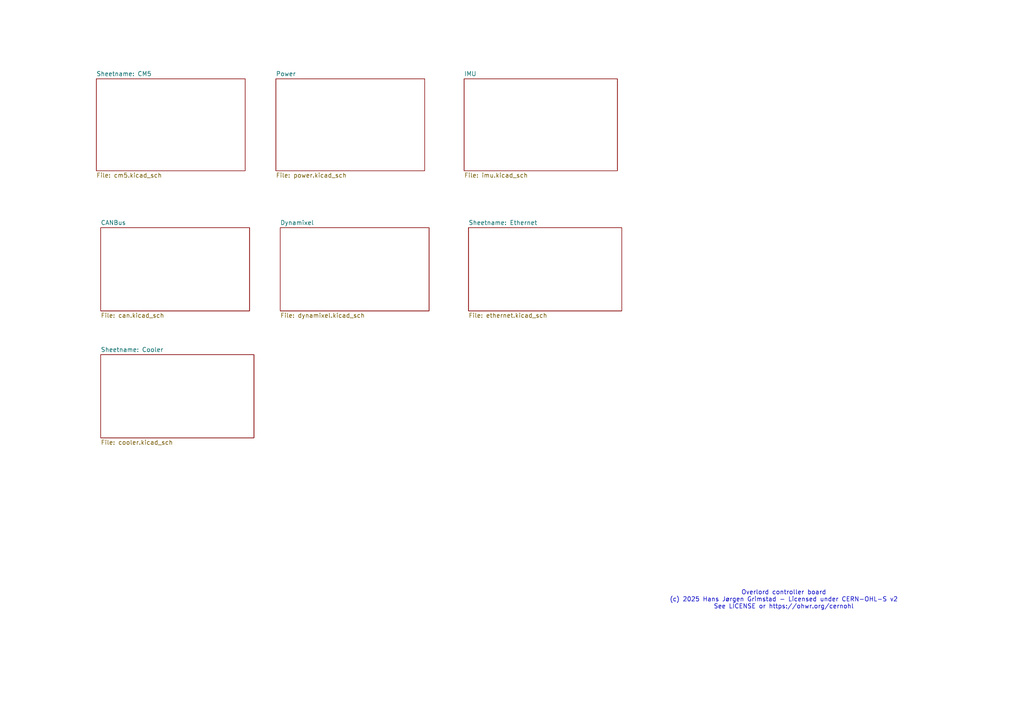
<source format=kicad_sch>
(kicad_sch
	(version 20231120)
	(generator "eeschema")
	(generator_version "8.0")
	(uuid "9b0ac8a0-2bfc-4e33-aaf3-4061d2fbe75c")
	(paper "A4")
	(lib_symbols)
	(text "Overlord controller board\n(c) 2025 Hans Jørgen Grimstad - Licensed under CERN-OHL-S v2\nSee LICENSE or https://ohwr.org/cernohl"
		(exclude_from_sim no)
		(at 227.33 173.99 0)
		(effects
			(font
				(size 1.27 1.27)
			)
		)
		(uuid "2d5d5de1-2cfb-487d-a403-3acd971e5c38")
	)
	(sheet
		(at 80.01 22.86)
		(size 43.18 26.67)
		(fields_autoplaced yes)
		(stroke
			(width 0.1524)
			(type solid)
		)
		(fill
			(color 0 0 0 0.0000)
		)
		(uuid "038d5f84-7c63-41b0-a4f9-4e84249f9a42")
		(property "Sheetname" "Power"
			(at 80.01 22.1484 0)
			(effects
				(font
					(size 1.27 1.27)
				)
				(justify left bottom)
			)
		)
		(property "Sheetfile" "power.kicad_sch"
			(at 80.01 50.1146 0)
			(effects
				(font
					(size 1.27 1.27)
				)
				(justify left top)
			)
		)
		(instances
			(project "overlord"
				(path "/9b0ac8a0-2bfc-4e33-aaf3-4061d2fbe75c"
					(page "3")
				)
			)
		)
	)
	(sheet
		(at 27.94 22.86)
		(size 43.18 26.67)
		(fields_autoplaced yes)
		(stroke
			(width 0.1524)
			(type solid)
		)
		(fill
			(color 0 0 0 0.0000)
		)
		(uuid "8a5b4019-4f8e-4b65-8454-ba4fd1c219ec")
		(property "Sheetname" "CM5"
			(at 27.94 22.1484 0)
			(show_name yes)
			(effects
				(font
					(size 1.27 1.27)
				)
				(justify left bottom)
			)
		)
		(property "Sheetfile" "cm5.kicad_sch"
			(at 27.94 50.1146 0)
			(effects
				(font
					(size 1.27 1.27)
				)
				(justify left top)
			)
		)
		(instances
			(project "overlord"
				(path "/9b0ac8a0-2bfc-4e33-aaf3-4061d2fbe75c"
					(page "2")
				)
			)
		)
	)
	(sheet
		(at 134.62 22.86)
		(size 44.45 26.67)
		(fields_autoplaced yes)
		(stroke
			(width 0.1524)
			(type solid)
		)
		(fill
			(color 0 0 0 0.0000)
		)
		(uuid "93c67ef0-ab61-495b-acea-e6e1366b2dc5")
		(property "Sheetname" "IMU"
			(at 134.62 22.1484 0)
			(effects
				(font
					(size 1.27 1.27)
				)
				(justify left bottom)
			)
		)
		(property "Sheetfile" "imu.kicad_sch"
			(at 134.62 50.1146 0)
			(effects
				(font
					(size 1.27 1.27)
				)
				(justify left top)
			)
		)
		(instances
			(project "overlord"
				(path "/9b0ac8a0-2bfc-4e33-aaf3-4061d2fbe75c"
					(page "4")
				)
			)
		)
	)
	(sheet
		(at 81.28 66.04)
		(size 43.18 24.13)
		(fields_autoplaced yes)
		(stroke
			(width 0.1524)
			(type solid)
		)
		(fill
			(color 0 0 0 0.0000)
		)
		(uuid "ab909392-99a4-4253-b0ff-1bfd78bf5169")
		(property "Sheetname" "Dynamixel"
			(at 81.28 65.3284 0)
			(effects
				(font
					(size 1.27 1.27)
				)
				(justify left bottom)
			)
		)
		(property "Sheetfile" "dynamixel.kicad_sch"
			(at 81.28 90.7546 0)
			(effects
				(font
					(size 1.27 1.27)
				)
				(justify left top)
			)
		)
		(instances
			(project "overlord"
				(path "/9b0ac8a0-2bfc-4e33-aaf3-4061d2fbe75c"
					(page "6")
				)
			)
		)
	)
	(sheet
		(at 29.21 102.87)
		(size 44.45 24.13)
		(fields_autoplaced yes)
		(stroke
			(width 0.1524)
			(type solid)
		)
		(fill
			(color 0 0 0 0.0000)
		)
		(uuid "bd52721e-9009-49c1-96da-11c132b704f5")
		(property "Sheetname" "Cooler"
			(at 29.21 102.1584 0)
			(show_name yes)
			(effects
				(font
					(size 1.27 1.27)
				)
				(justify left bottom)
			)
		)
		(property "Sheetfile" "cooler.kicad_sch"
			(at 29.21 127.5846 0)
			(effects
				(font
					(size 1.27 1.27)
				)
				(justify left top)
			)
		)
		(instances
			(project "overlord"
				(path "/9b0ac8a0-2bfc-4e33-aaf3-4061d2fbe75c"
					(page "8")
				)
			)
		)
	)
	(sheet
		(at 29.21 66.04)
		(size 43.18 24.13)
		(fields_autoplaced yes)
		(stroke
			(width 0.1524)
			(type solid)
		)
		(fill
			(color 0 0 0 0.0000)
		)
		(uuid "db9289e2-77f5-46f0-954d-2ba556d98a28")
		(property "Sheetname" "CANBus"
			(at 29.21 65.3284 0)
			(effects
				(font
					(size 1.27 1.27)
				)
				(justify left bottom)
			)
		)
		(property "Sheetfile" "can.kicad_sch"
			(at 29.21 90.7546 0)
			(effects
				(font
					(size 1.27 1.27)
				)
				(justify left top)
			)
		)
		(instances
			(project "overlord"
				(path "/9b0ac8a0-2bfc-4e33-aaf3-4061d2fbe75c"
					(page "5")
				)
			)
		)
	)
	(sheet
		(at 135.89 66.04)
		(size 44.45 24.13)
		(fields_autoplaced yes)
		(stroke
			(width 0.1524)
			(type solid)
		)
		(fill
			(color 0 0 0 0.0000)
		)
		(uuid "f693e463-561b-4ddd-a708-98fadf130238")
		(property "Sheetname" "Ethernet"
			(at 135.89 65.3284 0)
			(show_name yes)
			(effects
				(font
					(size 1.27 1.27)
				)
				(justify left bottom)
			)
		)
		(property "Sheetfile" "ethernet.kicad_sch"
			(at 135.89 90.7546 0)
			(effects
				(font
					(size 1.27 1.27)
				)
				(justify left top)
			)
		)
		(instances
			(project "overlord"
				(path "/9b0ac8a0-2bfc-4e33-aaf3-4061d2fbe75c"
					(page "7")
				)
			)
		)
	)
	(sheet_instances
		(path "/"
			(page "1")
		)
	)
)

</source>
